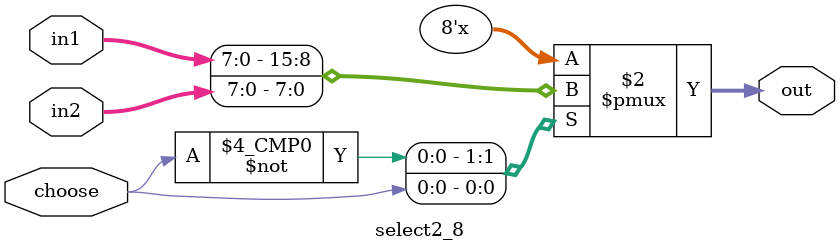
<source format=v>
module select2_8(
input [7:0] in1,
input [7:0] in2,
input choose,
output reg [7:0] out
);
always@(in1 or in2 or choose)
case(choose)
1'b0:out=in1;
1'b1:out=in2;
default:out=8'b0;
endcase
endmodule
</source>
